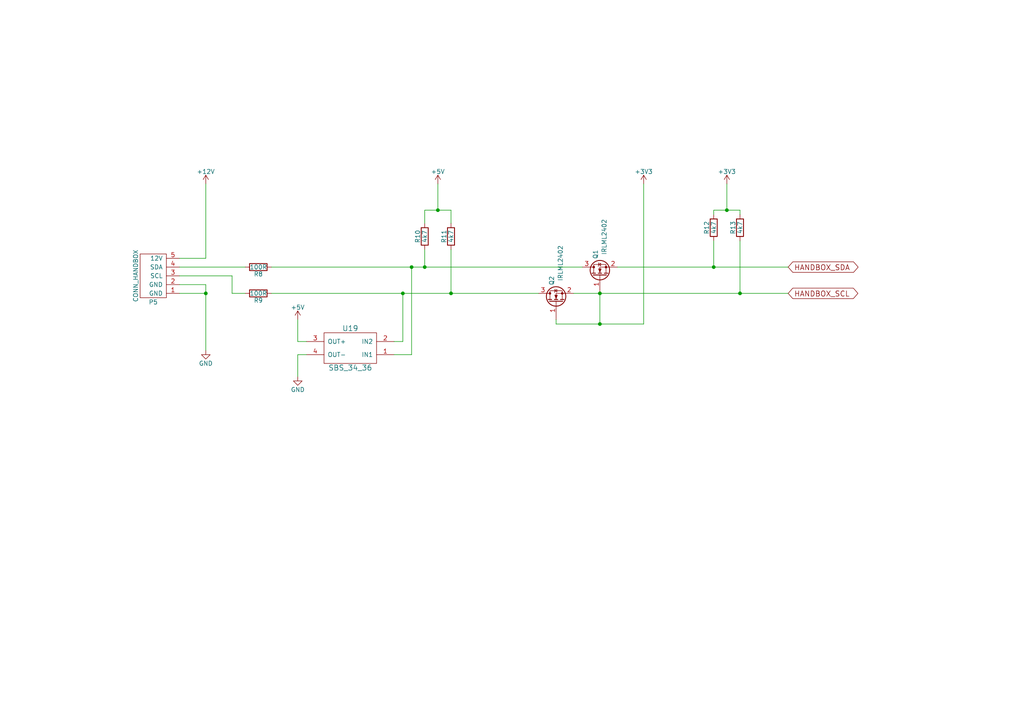
<source format=kicad_sch>
(kicad_sch (version 20231120) (generator "eeschema") (generator_version "8.0")
  (paper "A4")
  (lib_symbols
    (symbol "TEST4-rescue:+12V" (power) (pin_names (offset 0))
      (property "Value" "+12V" (at 0 3.556 0))
      (symbol "+12V_0_1"
        (polyline (pts (xy -0.762 1.27) (xy 0 2.54)))
        (polyline (pts (xy 0 0) (xy 0 2.54)))
        (polyline (pts (xy 0 2.54) (xy 0.762 1.27)))
      )
      (symbol "+12V_1_1"
        (pin power_in line (at 0 0 90) (length 0) hide (name "+12V") (number "1"))
      )
    )
    (symbol "TEST4-rescue:+3.3V" (power) (pin_names (offset 0))
      (property "Value" "+3.3V" (at 0 3.556 0))
      (symbol "+3.3V_0_1"
        (polyline (pts (xy -0.762 1.27) (xy 0 2.54)))
        (polyline (pts (xy 0 0) (xy 0 2.54)))
        (polyline (pts (xy 0 2.54) (xy 0.762 1.27)))
      )
      (symbol "+3.3V_1_1"
        (pin power_in line (at 0 0 90) (length 0) hide (name "+3V3") (number "1"))
      )
    )
    (symbol "TEST4-rescue:+5V" (power) (pin_names (offset 0))
      (property "Value" "+5V" (at 0 3.556 0))
      (symbol "+5V_0_1"
        (polyline (pts (xy -0.762 1.27) (xy 0 2.54)))
        (polyline (pts (xy 0 0) (xy 0 2.54)))
        (polyline (pts (xy 0 2.54) (xy 0.762 1.27)))
      )
      (symbol "+5V_1_1"
        (pin power_in line (at 0 0 90) (length 0) hide (name "+5V") (number "1"))
      )
    )
    (symbol "TEST4-rescue:CONN_HANDBOX" (pin_names (offset 1.016))
      (property "Reference" "P" (at 0 -7.62 0))
      (property "Value" "CONN_HANDBOX" (at -5.08 0 90))
      (symbol "CONN_HANDBOX_0_1"
        (rectangle (start -3.81 6.35) (end 3.81 -6.35))
      )
      (symbol "CONN_HANDBOX_1_1"
        (pin power_in line (at 7.62 -5.08 180) (length 3.81) (name "GND") (number "1"))
        (pin power_in line (at 7.62 -2.54 180) (length 3.81) (name "GND") (number "2"))
        (pin bidirectional line (at 7.62 0 180) (length 3.81) (name "SCL") (number "3"))
        (pin bidirectional line (at 7.62 2.54 180) (length 3.81) (name "SDA") (number "4"))
        (pin power_in line (at 7.62 5.08 180) (length 3.81) (name "12V") (number "5"))
      )
    )
    (symbol "TEST4-rescue:GND" (power) (pin_names (offset 0))
      (property "Value" "GND" (at 0 -3.81 0))
      (symbol "GND_0_1"
        (polyline (pts (xy 0 0) (xy 0 -1.27) (xy 1.27 -1.27) (xy 0 -2.54) (xy -1.27 -1.27) (xy 0 -1.27)))
      )
      (symbol "GND_1_1"
        (pin power_in line (at 0 0 270) (length 0) hide (name "GND") (number "1"))
      )
    )
    (symbol "TEST4-rescue:Q_NMOS_GSD" (pin_names (offset 0) hide)
      (property "Reference" "Q" (at 5.08 1.27 0))
      (property "Value" "Q_NMOS_GSD" (at 5.08 -1.27 0))
      (symbol "Q_NMOS_GSD_0_1"
        (polyline (pts (xy 0.762 -1.778) (xy 2.54 -1.778)))
        (polyline (pts (xy 0.762 -1.27) (xy 0.762 -2.286)) (stroke (width 0.254)))
        (polyline (pts (xy 0.762 0) (xy 2.54 0)))
        (polyline (pts (xy 0.762 0.508) (xy 0.762 -0.508)) (stroke (width 0.254)))
        (polyline (pts (xy 0.762 1.778) (xy 2.54 1.778)))
        (polyline (pts (xy 0.762 2.286) (xy 0.762 1.27)) (stroke (width 0.254)))
        (polyline (pts (xy 2.54 -1.778) (xy 2.54 -2.54)))
        (polyline (pts (xy 2.54 -1.778) (xy 2.54 0)))
        (polyline (pts (xy 2.54 2.54) (xy 2.54 1.778)))
        (polyline (pts (xy 0.254 1.905) (xy 0.254 -1.905) (xy 0.254 -1.905)) (stroke (width 0.254)))
        (polyline (pts (xy 1.016 0) (xy 2.032 0.381) (xy 2.032 -0.381) (xy 1.016 0)) (fill (type outline)))
        (polyline (pts (xy 2.54 -1.778) (xy 3.302 -1.778) (xy 3.302 1.778) (xy 2.54 1.778)))
        (polyline (pts (xy 2.794 0.508) (xy 2.921 0.381) (xy 3.683 0.381) (xy 3.81 0.254)))
        (polyline (pts (xy 3.302 0.381) (xy 2.921 -0.254) (xy 3.683 -0.254) (xy 3.302 0.381)))
        (circle (center 1.651 0) (radius 2.8194) (stroke (width 0.254)))
        (circle (center 2.54 -1.778) (radius 0.2794) (fill (type outline)))
        (circle (center 2.54 1.778) (radius 0.2794) (fill (type outline)))
      )
      (symbol "Q_NMOS_GSD_1_1"
        (pin input line (at -5.08 0 0) (length 5.334) (name "G") (number "1"))
        (pin passive line (at 2.54 -5.08 90) (length 2.54) (name "S") (number "2"))
        (pin passive line (at 2.54 5.08 270) (length 2.54) (name "D") (number "3"))
      )
    )
    (symbol "TEST4-rescue:R" (pin_numbers hide) (pin_names (offset 0))
      (property "Reference" "R" (at 2.032 0 90))
      (property "Value" "R" (at 0 0 90))
      (symbol "R_0_1"
        (rectangle (start -1.016 -2.54) (end 1.016 2.54) (stroke (width 0.254)))
      )
      (symbol "R_1_1"
        (pin passive line (at 0 3.81 270) (length 1.27) (name "~") (number "1"))
        (pin passive line (at 0 -3.81 90) (length 1.27) (name "~") (number "2"))
      )
    )
    (symbol "TEST4-rescue:SBS_34_36" (pin_names (offset 1.016))
      (property "Reference" "U" (at 0 -2.54 0))
      (property "Value" "SBS_34_36" (at 0 8.89 0))
      (symbol "SBS_34_36_0_1"
        (rectangle (start -7.62 7.62) (end 7.62 -1.27))
      )
      (symbol "SBS_34_36_1_1"
        (pin input line (at -12.7 5.08 0) (length 5.08) (name "IN1") (number "1"))
        (pin input line (at -12.7 1.27 0) (length 5.08) (name "IN2") (number "2"))
        (pin input line (at 12.7 1.27 180) (length 5.08) (name "OUT+") (number "3"))
        (pin input line (at 12.7 5.08 180) (length 5.08) (name "OUT-") (number "4"))
      )
    )
  )
  (junction (at 207.01 77.47))
  (junction (at 116.84 85.09))
  (junction (at 173.99 85.09))
  (junction (at 123.19 77.47))
  (junction (at 130.81 85.09))
  (junction (at 214.63 85.09))
  (junction (at 127 60.96))
  (junction (at 210.82 60.96))
  (junction (at 119.38 77.47))
  (junction (at 59.69 85.09))
  (junction (at 173.99 93.98))
  (wire (pts (xy 59.69 53.34) (xy 59.69 74.93)))
  (wire (pts (xy 116.84 99.06) (xy 116.84 85.09)))
  (wire (pts (xy 127 53.34) (xy 127 60.96)))
  (wire (pts (xy 186.69 93.98) (xy 186.69 53.34)))
  (wire (pts (xy 207.01 60.96) (xy 207.01 62.23)))
  (wire (pts (xy 119.38 77.47) (xy 123.19 77.47)))
  (wire (pts (xy 166.37 85.09) (xy 173.99 85.09)))
  (wire (pts (xy 130.81 85.09) (xy 130.81 72.39)))
  (wire (pts (xy 114.3 99.06) (xy 116.84 99.06)))
  (wire (pts (xy 71.12 85.09) (xy 67.31 85.09)))
  (wire (pts (xy 67.31 80.01) (xy 52.07 80.01)))
  (wire (pts (xy 214.63 69.85) (xy 214.63 85.09)))
  (wire (pts (xy 123.19 60.96) (xy 123.19 64.77)))
  (wire (pts (xy 67.31 85.09) (xy 67.31 80.01)))
  (wire (pts (xy 123.19 60.96) (xy 127 60.96)))
  (wire (pts (xy 207.01 77.47) (xy 228.6 77.47)))
  (wire (pts (xy 78.74 77.47) (xy 119.38 77.47)))
  (wire (pts (xy 161.29 93.98) (xy 173.99 93.98)))
  (wire (pts (xy 59.69 82.55) (xy 59.69 85.09)))
  (wire (pts (xy 127 60.96) (xy 130.81 60.96)))
  (wire (pts (xy 130.81 60.96) (xy 130.81 64.77)))
  (wire (pts (xy 52.07 85.09) (xy 59.69 85.09)))
  (wire (pts (xy 59.69 82.55) (xy 52.07 82.55)))
  (wire (pts (xy 214.63 85.09) (xy 228.6 85.09)))
  (wire (pts (xy 161.29 93.98) (xy 161.29 92.71)))
  (wire (pts (xy 86.36 99.06) (xy 88.9 99.06)))
  (wire (pts (xy 179.07 77.47) (xy 207.01 77.47)))
  (wire (pts (xy 86.36 92.71) (xy 86.36 99.06)))
  (wire (pts (xy 59.69 74.93) (xy 52.07 74.93)))
  (wire (pts (xy 210.82 53.34) (xy 210.82 60.96)))
  (wire (pts (xy 173.99 85.09) (xy 173.99 93.98)))
  (wire (pts (xy 207.01 60.96) (xy 210.82 60.96)))
  (wire (pts (xy 86.36 102.87) (xy 86.36 109.22)))
  (wire (pts (xy 119.38 102.87) (xy 119.38 77.47)))
  (wire (pts (xy 59.69 85.09) (xy 59.69 101.6)))
  (wire (pts (xy 123.19 77.47) (xy 168.91 77.47)))
  (wire (pts (xy 114.3 102.87) (xy 119.38 102.87)))
  (wire (pts (xy 173.99 85.09) (xy 214.63 85.09)))
  (wire (pts (xy 123.19 77.47) (xy 123.19 72.39)))
  (wire (pts (xy 207.01 69.85) (xy 207.01 77.47)))
  (wire (pts (xy 78.74 85.09) (xy 116.84 85.09)))
  (wire (pts (xy 130.81 85.09) (xy 156.21 85.09)))
  (wire (pts (xy 210.82 60.96) (xy 214.63 60.96)))
  (wire (pts (xy 88.9 102.87) (xy 86.36 102.87)))
  (wire (pts (xy 214.63 60.96) (xy 214.63 62.23)))
  (wire (pts (xy 52.07 77.47) (xy 71.12 77.47)))
  (wire (pts (xy 116.84 85.09) (xy 130.81 85.09)))
  (wire (pts (xy 173.99 93.98) (xy 186.69 93.98)))
  (global_label "HANDBOX_SDA" (shape bidirectional) (at 228.6 77.47 0) (effects (font (size 1.524 1.524))) (property "Intersheetrefs" "${INTERSHEET_REFS}" (effects (hide yes))))
  (global_label "HANDBOX_SCL" (shape bidirectional) (at 228.6 85.09 0) (effects (font (size 1.524 1.524))) (property "Intersheetrefs" "${INTERSHEET_REFS}" (effects (hide yes))))
  (symbol (lib_name "TEST4-rescue:GND") (lib_id "TEST4-rescue:GND") (at 59.69 101.6 0) (unit 1)
    (property "Reference" "#PWR064" (effects (hide yes)))
    (property "Value" "GND" (at 59.69 105.41 0))
  )
  (symbol (lib_name "TEST4-rescue:+12V") (lib_id "TEST4-rescue:+12V") (at 59.69 53.34 0) (unit 1)
    (property "Reference" "#PWR065" (effects (hide yes)))
    (property "Value" "+12V" (at 59.69 49.784 0))
  )
  (symbol (lib_name "TEST4-rescue:R") (lib_id "TEST4-rescue:R") (at 74.93 85.09 270) (unit 1)
    (property "Reference" "R9" (at 74.93 87.122 90))
    (property "Value" "100R" (at 74.93 85.09 90))
    (property "Footprint" "mylib:R_1206" (effects (hide yes)))
  )
  (symbol (lib_name "TEST4-rescue:R") (lib_id "TEST4-rescue:R") (at 74.93 77.47 270) (unit 1)
    (property "Reference" "R8" (at 74.93 79.502 90))
    (property "Value" "100R" (at 74.93 77.47 90))
    (property "Footprint" "mylib:R_1206" (effects (hide yes)))
  )
  (symbol (lib_name "TEST4-rescue:+5V") (lib_id "TEST4-rescue:+5V") (at 86.36 92.71 0) (unit 1)
    (property "Reference" "#PWR066" (effects (hide yes)))
    (property "Value" "+5V" (at 86.36 89.154 0))
  )
  (symbol (lib_name "TEST4-rescue:GND") (lib_id "TEST4-rescue:GND") (at 86.36 109.22 0) (unit 1)
    (property "Reference" "#PWR067" (effects (hide yes)))
    (property "Value" "GND" (at 86.36 113.03 0))
  )
  (symbol (lib_name "TEST4-rescue:R") (lib_id "TEST4-rescue:R") (at 130.81 68.58 180) (unit 1)
    (property "Reference" "R11" (at 128.778 68.58 90))
    (property "Value" "4k7" (at 130.81 68.58 90))
    (property "Footprint" "mylib:R_1206" (effects (hide yes)))
  )
  (symbol (lib_name "TEST4-rescue:R") (lib_id "TEST4-rescue:R") (at 123.19 68.58 180) (unit 1)
    (property "Reference" "R10" (at 121.158 68.58 90))
    (property "Value" "4k7" (at 123.19 68.58 90))
    (property "Footprint" "mylib:R_1206" (effects (hide yes)))
  )
  (symbol (lib_name "TEST4-rescue:+5V") (lib_id "TEST4-rescue:+5V") (at 127 53.34 0) (unit 1)
    (property "Reference" "#PWR068" (effects (hide yes)))
    (property "Value" "+5V" (at 127 49.784 0))
  )
  (symbol (lib_name "TEST4-rescue:R") (lib_id "TEST4-rescue:R") (at 214.63 66.04 180) (unit 1)
    (property "Reference" "R13" (at 212.598 66.04 90))
    (property "Value" "4k7" (at 214.63 66.04 90))
    (property "Footprint" "mylib:R_1206" (effects (hide yes)))
  )
  (symbol (lib_name "TEST4-rescue:R") (lib_id "TEST4-rescue:R") (at 207.01 66.04 180) (unit 1)
    (property "Reference" "R12" (at 204.978 66.04 90))
    (property "Value" "4k7" (at 207.01 66.04 90))
    (property "Footprint" "mylib:R_1206" (effects (hide yes)))
  )
  (symbol (lib_name "TEST4-rescue:+3.3V") (lib_id "TEST4-rescue:+3.3V") (at 210.82 53.34 0) (unit 1)
    (property "Reference" "#PWR070" (effects (hide yes)))
    (property "Value" "+3V3" (at 210.82 49.784 0))
  )
  (symbol (lib_name "TEST4-rescue:Q_NMOS_GSD") (lib_id "TEST4-rescue:Q_NMOS_GSD") (at 173.99 80.01 90) (unit 1)
    (property "Reference" "Q1" (at 172.72 72.39 0) (effects (justify right)))
    (property "Value" "IRLML2402" (at 175.26 63.5 0) (effects (justify right)))
    (property "Footprint" "mylib:SOT-23" (effects (hide yes)))
  )
  (symbol (lib_name "TEST4-rescue:Q_NMOS_GSD") (lib_id "TEST4-rescue:Q_NMOS_GSD") (at 161.29 87.63 90) (unit 1)
    (property "Reference" "Q2" (at 160.02 80.01 0) (effects (justify right)))
    (property "Value" "IRLML2402" (at 162.56 71.12 0) (effects (justify right)))
    (property "Footprint" "mylib:SOT-23" (effects (hide yes)))
  )
  (symbol (lib_name "TEST4-rescue:+3.3V") (lib_id "TEST4-rescue:+3.3V") (at 186.69 53.34 0) (unit 1)
    (property "Reference" "#PWR069" (effects (hide yes)))
    (property "Value" "+3V3" (at 186.69 49.784 0))
  )
  (symbol (lib_name "TEST4-rescue:CONN_HANDBOX") (lib_id "TEST4-rescue:CONN_HANDBOX") (at 44.45 80.01 0) (unit 1)
    (property "Reference" "P5" (at 44.45 87.63 0))
    (property "Value" "CONN_HANDBOX" (at 39.37 80.01 90))
    (property "Footprint" "mylib:Pin_Header_Straight_LForm_1x05" (effects (hide yes)))
  )
  (symbol (lib_name "TEST4-rescue:SBS_34_36") (lib_id "TEST4-rescue:SBS_34_36") (at 101.6 97.79 180) (unit 1)
    (property "Reference" "U19" (at 101.6 95.25 0) (effects (font (size 1.524 1.524))))
    (property "Value" "SBS_34_36" (at 101.6 106.68 0) (effects (font (size 1.524 1.524))))
    (property "Footprint" "mylib:SBS_34_36" (effects (hide yes)))
  )
)
</source>
